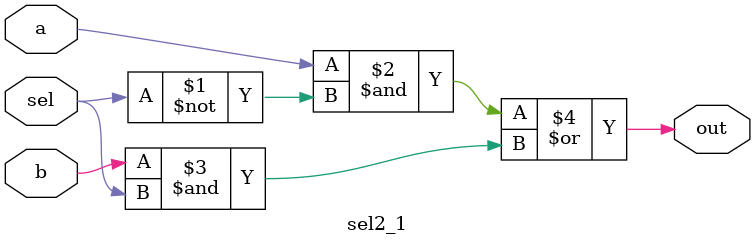
<source format=v>
module sel2_1(a,b,sel,out);
    input a,b,sel;
    output out;
    
    assign out = a&~sel|b&sel;//赋值语句
endmodule


</source>
